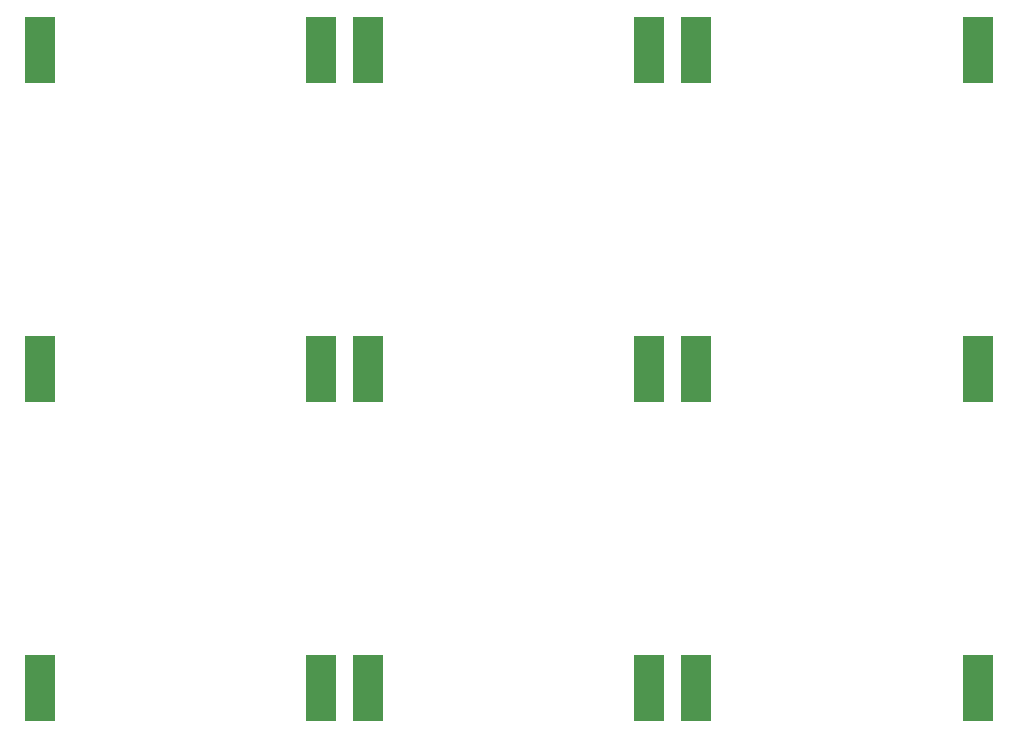
<source format=gbr>
%TF.GenerationSoftware,KiCad,Pcbnew,7.0.2-0*%
%TF.CreationDate,2024-04-22T23:11:51-05:00*%
%TF.ProjectId,SAOpowerboard_panelized,53414f70-6f77-4657-9262-6f6172645f70,rev?*%
%TF.SameCoordinates,Original*%
%TF.FileFunction,Paste,Top*%
%TF.FilePolarity,Positive*%
%FSLAX46Y46*%
G04 Gerber Fmt 4.6, Leading zero omitted, Abs format (unit mm)*
G04 Created by KiCad (PCBNEW 7.0.2-0) date 2024-04-22 23:11:51*
%MOMM*%
%LPD*%
G01*
G04 APERTURE LIST*
%ADD10R,2.600000X5.560000*%
G04 APERTURE END LIST*
D10*
%TO.C,REF\u002A\u002A*%
X214348996Y-30827892D03*
X238158996Y-30827892D03*
%TD*%
%TO.C,REF\u002A\u002A*%
X214348996Y-57818946D03*
X238158996Y-57818946D03*
%TD*%
%TO.C,REF\u002A\u002A*%
X214348996Y-84810000D03*
X238158996Y-84810000D03*
%TD*%
%TO.C,REF\u002A\u002A*%
X186546998Y-30827892D03*
X210356998Y-30827892D03*
%TD*%
%TO.C,REF\u002A\u002A*%
X186546998Y-57818946D03*
X210356998Y-57818946D03*
%TD*%
%TO.C,REF\u002A\u002A*%
X186546998Y-84810000D03*
X210356998Y-84810000D03*
%TD*%
%TO.C,REF\u002A\u002A*%
X158745000Y-30827892D03*
X182555000Y-30827892D03*
%TD*%
%TO.C,REF\u002A\u002A*%
X158745000Y-57818946D03*
X182555000Y-57818946D03*
%TD*%
%TO.C,REF\u002A\u002A*%
X158745000Y-84810000D03*
X182555000Y-84810000D03*
%TD*%
M02*

</source>
